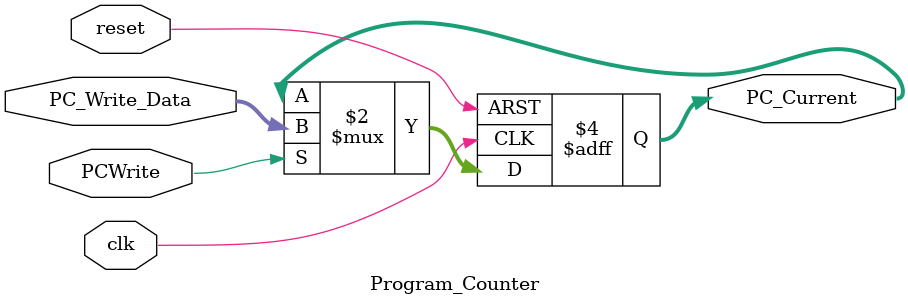
<source format=v>
`timescale 1ns / 1ps
`default_nettype none

module Program_Counter (
    input wire clk, reset, PCWrite,
    input wire [31:0] PC_Write_Data,
    output reg [31:0] PC_Current
);

    always @ (posedge clk, posedge reset) begin
        if (reset)
            PC_Current <= 0;
        else if (PCWrite)
            PC_Current <= PC_Write_Data;      
    end

endmodule


</source>
